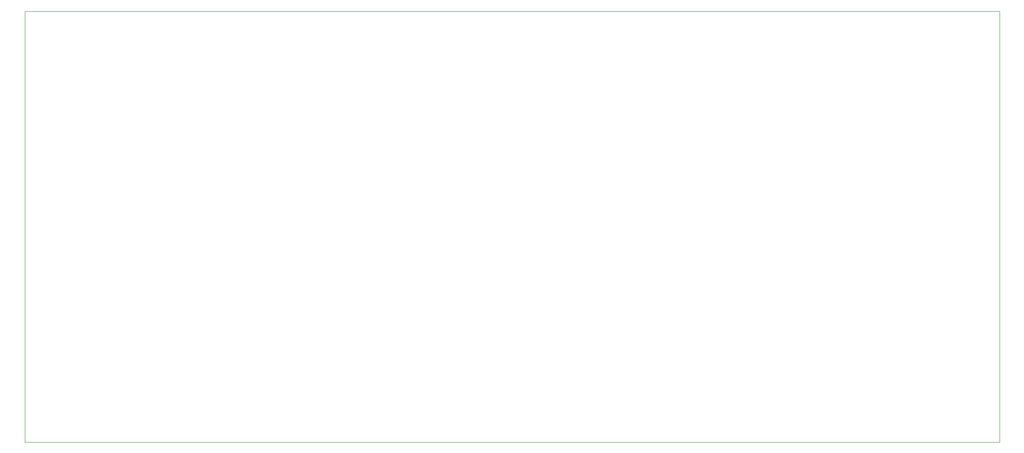
<source format=gbr>
%TF.GenerationSoftware,KiCad,Pcbnew,(5.1.8)-1*%
%TF.CreationDate,2020-12-28T18:02:53+00:00*%
%TF.ProjectId,vga-board,7667612d-626f-4617-9264-2e6b69636164,rev?*%
%TF.SameCoordinates,Original*%
%TF.FileFunction,Profile,NP*%
%FSLAX46Y46*%
G04 Gerber Fmt 4.6, Leading zero omitted, Abs format (unit mm)*
G04 Created by KiCad (PCBNEW (5.1.8)-1) date 2020-12-28 18:02:53*
%MOMM*%
%LPD*%
G01*
G04 APERTURE LIST*
%TA.AperFunction,Profile*%
%ADD10C,0.100000*%
%TD*%
G04 APERTURE END LIST*
D10*
X219075000Y-81915000D02*
X219075000Y-165735000D01*
X29845000Y-81915000D02*
X219075000Y-81915000D01*
X29845000Y-165735000D02*
X29845000Y-81915000D01*
X219075000Y-165735000D02*
X29845000Y-165735000D01*
M02*

</source>
